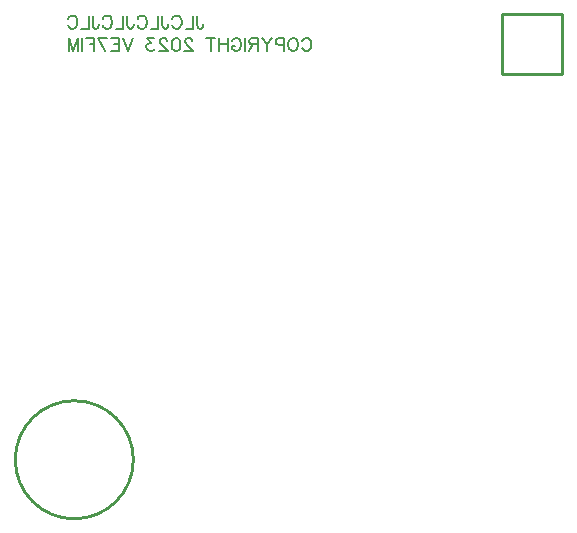
<source format=gbo>
G04 Layer: BottomSilkscreenLayer*
G04 Panelize: , Column: 2, Row: 2, Board Size: 58.42mm x 58.42mm, Panelized Board Size: 118.84mm x 118.84mm*
G04 EasyEDA v6.5.34, 2023-09-06 22:53:46*
G04 8447068ee38c4666810ae06fb5c4ba43,5a6b42c53f6a479593ecc07194224c93,10*
G04 Gerber Generator version 0.2*
G04 Scale: 100 percent, Rotated: No, Reflected: No *
G04 Dimensions in millimeters *
G04 leading zeros omitted , absolute positions ,4 integer and 5 decimal *
%FSLAX45Y45*%
%MOMM*%

%ADD10C,0.1520*%
%ADD11C,0.1524*%
%ADD12C,0.2540*%

%LPD*%
D10*
X1865744Y5703338D02*
G01*
X1865744Y5620212D01*
X1870941Y5604624D01*
X1876135Y5599429D01*
X1886526Y5594235D01*
X1896917Y5594235D01*
X1907308Y5599429D01*
X1912505Y5604624D01*
X1917700Y5620212D01*
X1917700Y5630603D01*
X1831454Y5703338D02*
G01*
X1831454Y5594235D01*
X1831454Y5594235D02*
G01*
X1769110Y5594235D01*
X1656887Y5677362D02*
G01*
X1662084Y5687753D01*
X1672475Y5698144D01*
X1682864Y5703338D01*
X1703646Y5703338D01*
X1714037Y5698144D01*
X1724428Y5687753D01*
X1729625Y5677362D01*
X1734820Y5661774D01*
X1734820Y5635797D01*
X1729625Y5620212D01*
X1724428Y5609821D01*
X1714037Y5599429D01*
X1703646Y5594235D01*
X1682864Y5594235D01*
X1672475Y5599429D01*
X1662084Y5609821D01*
X1656887Y5620212D01*
X1570644Y5703338D02*
G01*
X1570644Y5620212D01*
X1575838Y5604624D01*
X1581035Y5599429D01*
X1591424Y5594235D01*
X1601815Y5594235D01*
X1612206Y5599429D01*
X1617403Y5604624D01*
X1622597Y5620212D01*
X1622597Y5630603D01*
X1536354Y5703338D02*
G01*
X1536354Y5594235D01*
X1536354Y5594235D02*
G01*
X1474007Y5594235D01*
X1361785Y5677362D02*
G01*
X1366982Y5687753D01*
X1377373Y5698144D01*
X1387764Y5703338D01*
X1408544Y5703338D01*
X1418935Y5698144D01*
X1429326Y5687753D01*
X1434523Y5677362D01*
X1439717Y5661774D01*
X1439717Y5635797D01*
X1434523Y5620212D01*
X1429326Y5609821D01*
X1418935Y5599429D01*
X1408544Y5594235D01*
X1387764Y5594235D01*
X1377373Y5599429D01*
X1366982Y5609821D01*
X1361785Y5620212D01*
X1275542Y5703338D02*
G01*
X1275542Y5620212D01*
X1280736Y5604624D01*
X1285933Y5599429D01*
X1296324Y5594235D01*
X1306715Y5594235D01*
X1317104Y5599429D01*
X1322301Y5604624D01*
X1327495Y5620212D01*
X1327495Y5630603D01*
X1241252Y5703338D02*
G01*
X1241252Y5594235D01*
X1241252Y5594235D02*
G01*
X1178905Y5594235D01*
X1066685Y5677362D02*
G01*
X1071879Y5687753D01*
X1082271Y5698144D01*
X1092662Y5703338D01*
X1113444Y5703338D01*
X1123835Y5698144D01*
X1134224Y5687753D01*
X1139421Y5677362D01*
X1144615Y5661774D01*
X1144615Y5635797D01*
X1139421Y5620212D01*
X1134224Y5609821D01*
X1123835Y5599429D01*
X1113444Y5594235D01*
X1092662Y5594235D01*
X1082271Y5599429D01*
X1071879Y5609821D01*
X1066685Y5620212D01*
X980439Y5703338D02*
G01*
X980439Y5620212D01*
X985634Y5604624D01*
X990831Y5599429D01*
X1001222Y5594235D01*
X1011613Y5594235D01*
X1022004Y5599429D01*
X1027198Y5604624D01*
X1032395Y5620212D01*
X1032395Y5630603D01*
X946150Y5703338D02*
G01*
X946150Y5594235D01*
X946150Y5594235D02*
G01*
X883805Y5594235D01*
X771583Y5677362D02*
G01*
X776777Y5687753D01*
X787168Y5698144D01*
X797560Y5703338D01*
X818342Y5703338D01*
X828733Y5698144D01*
X839124Y5687753D01*
X844318Y5677362D01*
X849515Y5661774D01*
X849515Y5635797D01*
X844318Y5620212D01*
X839124Y5609821D01*
X828733Y5599429D01*
X818342Y5594235D01*
X797560Y5594235D01*
X787168Y5599429D01*
X776777Y5609821D01*
X771583Y5620212D01*
D11*
X2754167Y5486862D02*
G01*
X2759364Y5497253D01*
X2769755Y5507644D01*
X2780144Y5512838D01*
X2800926Y5512838D01*
X2811317Y5507644D01*
X2821708Y5497253D01*
X2826905Y5486862D01*
X2832100Y5471274D01*
X2832100Y5445297D01*
X2826905Y5429712D01*
X2821708Y5419321D01*
X2811317Y5408929D01*
X2800926Y5403735D01*
X2780144Y5403735D01*
X2769755Y5408929D01*
X2759364Y5419321D01*
X2754167Y5429712D01*
X2688704Y5512838D02*
G01*
X2699095Y5507644D01*
X2709486Y5497253D01*
X2714683Y5486862D01*
X2719877Y5471274D01*
X2719877Y5445297D01*
X2714683Y5429712D01*
X2709486Y5419321D01*
X2699095Y5408929D01*
X2688704Y5403735D01*
X2667924Y5403735D01*
X2657533Y5408929D01*
X2647142Y5419321D01*
X2641945Y5429712D01*
X2636751Y5445297D01*
X2636751Y5471274D01*
X2641945Y5486862D01*
X2647142Y5497253D01*
X2657533Y5507644D01*
X2667924Y5512838D01*
X2688704Y5512838D01*
X2602461Y5512838D02*
G01*
X2602461Y5403735D01*
X2602461Y5512838D02*
G01*
X2555702Y5512838D01*
X2540114Y5507644D01*
X2534920Y5502447D01*
X2529725Y5492056D01*
X2529725Y5476471D01*
X2534920Y5466079D01*
X2540114Y5460885D01*
X2555702Y5455688D01*
X2602461Y5455688D01*
X2495435Y5512838D02*
G01*
X2453871Y5460885D01*
X2453871Y5403735D01*
X2412306Y5512838D02*
G01*
X2453871Y5460885D01*
X2378016Y5512838D02*
G01*
X2378016Y5403735D01*
X2378016Y5512838D02*
G01*
X2331257Y5512838D01*
X2315672Y5507644D01*
X2310475Y5502447D01*
X2305281Y5492056D01*
X2305281Y5481665D01*
X2310475Y5471274D01*
X2315672Y5466079D01*
X2331257Y5460885D01*
X2378016Y5460885D01*
X2341648Y5460885D02*
G01*
X2305281Y5403735D01*
X2270991Y5512838D02*
G01*
X2270991Y5403735D01*
X2158768Y5486862D02*
G01*
X2163965Y5497253D01*
X2174354Y5507644D01*
X2184745Y5512838D01*
X2205527Y5512838D01*
X2215918Y5507644D01*
X2226309Y5497253D01*
X2231504Y5486862D01*
X2236701Y5471274D01*
X2236701Y5445297D01*
X2231504Y5429712D01*
X2226309Y5419321D01*
X2215918Y5408929D01*
X2205527Y5403735D01*
X2184745Y5403735D01*
X2174354Y5408929D01*
X2163965Y5419321D01*
X2158768Y5429712D01*
X2158768Y5445297D01*
X2184745Y5445297D02*
G01*
X2158768Y5445297D01*
X2124478Y5512838D02*
G01*
X2124478Y5403735D01*
X2051743Y5512838D02*
G01*
X2051743Y5403735D01*
X2124478Y5460885D02*
G01*
X2051743Y5460885D01*
X1981085Y5512838D02*
G01*
X1981085Y5403735D01*
X2017453Y5512838D02*
G01*
X1944715Y5512838D01*
X1825221Y5486862D02*
G01*
X1825221Y5492056D01*
X1820024Y5502447D01*
X1814829Y5507644D01*
X1804438Y5512838D01*
X1783656Y5512838D01*
X1773265Y5507644D01*
X1768071Y5502447D01*
X1762874Y5492056D01*
X1762874Y5481665D01*
X1768071Y5471274D01*
X1778462Y5455688D01*
X1830415Y5403735D01*
X1757679Y5403735D01*
X1692216Y5512838D02*
G01*
X1707804Y5507644D01*
X1718195Y5492056D01*
X1723389Y5466079D01*
X1723389Y5450494D01*
X1718195Y5424515D01*
X1707804Y5408929D01*
X1692216Y5403735D01*
X1681825Y5403735D01*
X1666239Y5408929D01*
X1655848Y5424515D01*
X1650654Y5450494D01*
X1650654Y5466079D01*
X1655848Y5492056D01*
X1666239Y5507644D01*
X1681825Y5512838D01*
X1692216Y5512838D01*
X1611167Y5486862D02*
G01*
X1611167Y5492056D01*
X1605973Y5502447D01*
X1600776Y5507644D01*
X1590385Y5512838D01*
X1569605Y5512838D01*
X1559214Y5507644D01*
X1554017Y5502447D01*
X1548823Y5492056D01*
X1548823Y5481665D01*
X1554017Y5471274D01*
X1564408Y5455688D01*
X1616364Y5403735D01*
X1543626Y5403735D01*
X1498945Y5512838D02*
G01*
X1441795Y5512838D01*
X1472968Y5471274D01*
X1457383Y5471274D01*
X1446992Y5466079D01*
X1441795Y5460885D01*
X1436601Y5445297D01*
X1436601Y5434906D01*
X1441795Y5419321D01*
X1452186Y5408929D01*
X1467774Y5403735D01*
X1483360Y5403735D01*
X1498945Y5408929D01*
X1504142Y5414124D01*
X1509336Y5424515D01*
X1322301Y5512838D02*
G01*
X1280736Y5403735D01*
X1239174Y5512838D02*
G01*
X1280736Y5403735D01*
X1204884Y5512838D02*
G01*
X1204884Y5403735D01*
X1204884Y5512838D02*
G01*
X1137343Y5512838D01*
X1204884Y5460885D02*
G01*
X1163320Y5460885D01*
X1204884Y5403735D02*
G01*
X1137343Y5403735D01*
X1030315Y5512838D02*
G01*
X1082271Y5403735D01*
X1103053Y5512838D02*
G01*
X1030315Y5512838D01*
X996025Y5512838D02*
G01*
X996025Y5403735D01*
X996025Y5512838D02*
G01*
X928484Y5512838D01*
X996025Y5460885D02*
G01*
X954463Y5460885D01*
X894194Y5512838D02*
G01*
X894194Y5403735D01*
X859904Y5512838D02*
G01*
X859904Y5403735D01*
X859904Y5512838D02*
G01*
X818342Y5403735D01*
X776777Y5512838D02*
G01*
X818342Y5403735D01*
X776777Y5512838D02*
G01*
X776777Y5403735D01*
D12*
G75*
G01
X1325499Y1943100D02*
G03X1325499Y1943100I-499999J0D01*
X4445000Y5715000D02*
G01*
X4953000Y5715000D01*
X4953000Y5207000D01*
X4445000Y5207000D01*
X4445000Y5715000D01*
M02*

</source>
